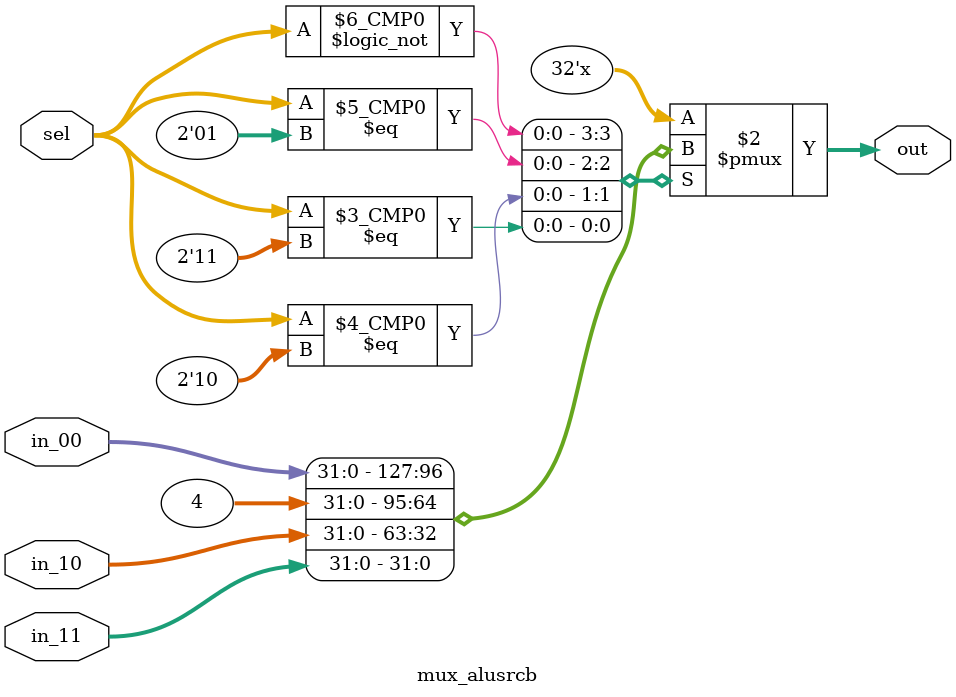
<source format=v>
module mux_alusrcb(
    input wire [31:0] in_00, // Reg_B
    input wire [31:0] in_10, // Sign_extend
    input wire [31:0] in_11, // shift
    input wire [1:0] sel,
    output reg [31:0] out
);
  
  always@(*) begin
    case (sel)
      2'b00: out = in_00; 
      2'b01: out = 32'b100; // 4
      2'b10: out = in_10;
      2'b11: out = in_11;
    endcase
  end
endmodule

</source>
